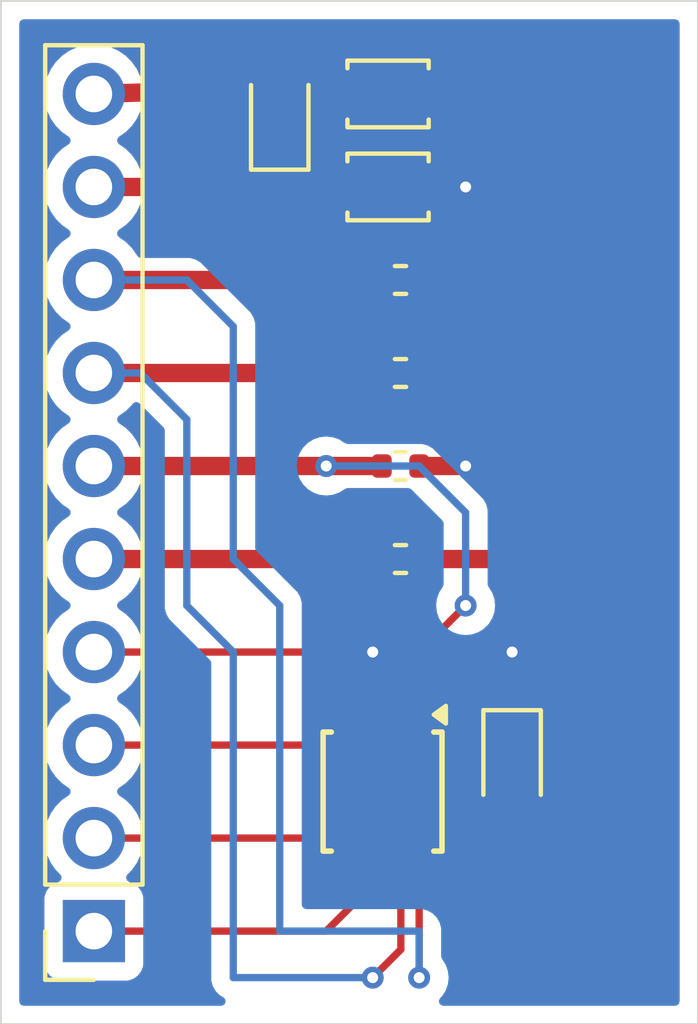
<source format=kicad_pcb>
(kicad_pcb (version 20240108) (generator "pcbnew") (generator_version "8.0")
  (layers (0 "F.Cu" signal) (31 "B.Cu" signal) (34 "B.Paste" user) (35 "F.Paste" user) (36 "B.SilkS" user "B.Silkscreen") (37 "F.SilkS" user "F.Silkscreen") (38 "B.Mask" user) (39 "F.Mask" user) (44 "Edge.Cuts" user))
  (net 0 "")
  (net 1 "VDD")
  (net 2 "GND")
  (net 3 "Net-(J2-Pin_9)")
  (net 4 "Net-(J2-Pin_10)")
  (net 5 "/AIN0")
  (net 6 "/ADDR")
  (net 7 "/SCI")
  (net 8 "/AIN1")
  (net 9 "/AIN3")
  (net 10 "/SDA")
  (net 11 "/AIN2")
  (net 12 "/ALERT")
  (footprint "Capacitor_Tantalum_SMD:CP_EIA-1608-10_AVX-L" (layer "F.Cu") (at 95.25 45.0075 90)
    (property "Reference" "C2")
    (property "Value" "1u")
    (fp_line (start 0.8 -0.785) (end -1.51 -0.785) (stroke (width 0.12)) (layer "F.SilkS"))
    (fp_line (start -1.51 -0.785) (end -1.51 0.785) (stroke (width 0.12)) (layer "F.SilkS"))
    (fp_line (start -1.51 0.785) (end 0.8 0.785) (stroke (width 0.12)) (layer "F.SilkS"))
    (pad "1" smd roundrect (at -0.7125 0 90) (size 1.075 1.05) (layers "F.Cu" "F.Paste" "F.Mask") (roundrect_rratio 0.238095) (net 3 "Net-(J2-Pin_9)"))
    (pad "2" smd roundrect (at 0.7125 0 90) (size 1.075 1.05) (layers "F.Cu" "F.Paste" "F.Mask") (roundrect_rratio 0.238095) (net 4 "Net-(J2-Pin_10)"))
  )
  (footprint "Resistor_SMD:R_0402_1005Metric" (layer "F.Cu") (at 98.55 54.61)
    (property "Reference" "R4")
    (property "Value" "10k")
    (fp_line (start -0.153641 -0.38) (end 0.153641 -0.38) (stroke (width 0.12)) (layer "F.SilkS"))
    (fp_line (start -0.153641 0.38) (end 0.153641 0.38) (stroke (width 0.12)) (layer "F.SilkS"))
    (pad "1" smd roundrect (at -0.51 0) (size 0.54 0.64) (layers "F.Cu" "F.Paste" "F.Mask") (net 6 "/ADDR"))
    (pad "2" smd roundrect (at 0.51 0) (size 0.54 0.64) (layers "F.Cu" "F.Paste" "F.Mask") (net 2 "GND"))
  )
  (footprint "Connector_PinSocket_2.54mm:PinSocket_1x10_P2.54mm_Vertical" (layer "F.Cu") (at 90.17 67.31 180)
    (property "Reference" "J2" (hide yes))
    (property "Value" "Conn_01x10_Socket" (hide yes))
    (fp_line (start 1.33 1.27) (end 1.33 24.19) (stroke (width 0.12)) (layer "F.SilkS"))
    (fp_line (start 1.33 -1.33) (end 1.33 0) (stroke (width 0.12)) (layer "F.SilkS"))
    (fp_line (start 0 -1.33) (end 1.33 -1.33) (stroke (width 0.12)) (layer "F.SilkS"))
    (fp_line (start -1.33 24.19) (end 1.33 24.19) (stroke (width 0.12)) (layer "F.SilkS"))
    (fp_line (start -1.33 1.27) (end 1.33 1.27) (stroke (width 0.12)) (layer "F.SilkS"))
    (fp_line (start -1.33 1.27) (end -1.33 24.19) (stroke (width 0.12)) (layer "F.SilkS"))
    (pad "1" thru_hole rect (at 0 0 180) (size 1.7 1.7) (drill 1) (layers "*.Cu" "*.Mask") (net 9 "/AIN3"))
    (pad "2" thru_hole oval (at 0 2.54 180) (size 1.7 1.7) (drill 1) (layers "*.Cu" "*.Mask") (net 11 "/AIN2"))
    (pad "3" thru_hole oval (at 0 5.08 180) (size 1.7 1.7) (drill 1) (layers "*.Cu" "*.Mask") (net 8 "/AIN1"))
    (pad "4" thru_hole oval (at 0 7.62 180) (size 1.7 1.7) (drill 1) (layers "*.Cu" "*.Mask") (net 5 "/AIN0"))
    (pad "5" thru_hole oval (at 0 10.16 180) (size 1.7 1.7) (drill 1) (layers "*.Cu" "*.Mask") (net 12 "/ALERT"))
    (pad "6" thru_hole oval (at 0 12.7 180) (size 1.7 1.7) (drill 1) (layers "*.Cu" "*.Mask") (net 6 "/ADDR"))
    (pad "7" thru_hole oval (at 0 15.24 180) (size 1.7 1.7) (drill 1) (layers "*.Cu" "*.Mask") (net 10 "/SDA"))
    (pad "8" thru_hole oval (at 0 17.78 180) (size 1.7 1.7) (drill 1) (layers "*.Cu" "*.Mask") (net 7 "/SCI"))
    (pad "9" thru_hole oval (at 0 20.32 180) (size 1.7 1.7) (drill 1) (layers "*.Cu" "*.Mask") (net 3 "Net-(J2-Pin_9)"))
    (pad "10" thru_hole oval (at 0 22.86 180) (size 1.7 1.7) (drill 1) (layers "*.Cu" "*.Mask") (net 4 "Net-(J2-Pin_10)"))
  )
  (footprint "Capacitor_Tantalum_SMD:CP_EIA-1608-10_AVX-L" (layer "F.Cu") (at 101.6 62.7875 -90)
    (property "Reference" "C1")
    (property "Value" "1u")
    (fp_line (start -1.51 0.785) (end 0.8 0.785) (stroke (width 0.12)) (layer "F.SilkS"))
    (fp_line (start -1.51 -0.785) (end -1.51 0.785) (stroke (width 0.12)) (layer "F.SilkS"))
    (fp_line (start 0.8 -0.785) (end -1.51 -0.785) (stroke (width 0.12)) (layer "F.SilkS"))
    (pad "1" smd roundrect (at -0.7125 0 270) (size 1.075 1.05) (layers "F.Cu" "F.Paste" "F.Mask") (roundrect_rratio 0.238095) (net 2 "GND"))
    (pad "2" smd roundrect (at 0.7125 0 270) (size 1.075 1.05) (layers "F.Cu" "F.Paste" "F.Mask") (roundrect_rratio 0.238095) (net 1 "VDD"))
  )
  (footprint "Resistor_SMD:R_0402_1005Metric" (layer "F.Cu") (at 98.55 49.53 180)
    (property "Reference" "R2")
    (property "Value" "10k")
    (fp_line (start -0.153641 0.38) (end 0.153641 0.38) (stroke (width 0.12)) (layer "F.SilkS"))
    (fp_line (start -0.153641 -0.38) (end 0.153641 -0.38) (stroke (width 0.12)) (layer "F.SilkS"))
    (pad "1" smd roundrect (at -0.51 0 180) (size 0.54 0.64) (layers "F.Cu" "F.Paste" "F.Mask") (net 1 "VDD"))
    (pad "2" smd roundrect (at 0.51 0 180) (size 0.54 0.64) (layers "F.Cu" "F.Paste" "F.Mask") (net 7 "/SCI"))
  )
  (footprint "Inductor_SMD:L_Murata_LQH2MCNxxxx02_2.0x1.6mm" (layer "F.Cu") (at 98.21 44.45)
    (property "Reference" "FB1")
    (property "Value" "FerriteBead_Small" (hide yes))
    (fp_line (start -1.11 -0.91) (end 1.11 -0.91) (stroke (width 0.12)) (layer "F.SilkS"))
    (fp_line (start -1.11 -0.7) (end -1.11 -0.91) (stroke (width 0.12)) (layer "F.SilkS"))
    (fp_line (start -1.11 0.91) (end -1.11 0.7) (stroke (width 0.12)) (layer "F.SilkS"))
    (fp_line (start 1.11 -0.7) (end 1.11 -0.91) (stroke (width 0.12)) (layer "F.SilkS"))
    (fp_line (start 1.11 0.7) (end 1.11 0.91) (stroke (width 0.12)) (layer "F.SilkS"))
    (fp_line (start 1.11 0.91) (end -1.11 0.91) (stroke (width 0.12)) (layer "F.SilkS"))
    (pad "1" smd rect (at -0.85 0) (size 0.9 1) (layers "F.Cu" "F.Paste" "F.Mask") (net 4 "Net-(J2-Pin_10)"))
    (pad "2" smd rect (at 0.85 0) (size 0.9 1) (layers "F.Cu" "F.Paste" "F.Mask") (net 1 "VDD"))
  )
  (footprint "Inductor_SMD:L_Murata_LQH2MCNxxxx02_2.0x1.6mm" (layer "F.Cu") (at 98.21 46.99)
    (property "Reference" "FB2")
    (property "Value" "FerriteBead_Small" (hide yes))
    (fp_line (start -1.11 -0.91) (end 1.11 -0.91) (stroke (width 0.12)) (layer "F.SilkS"))
    (fp_line (start -1.11 -0.7) (end -1.11 -0.91) (stroke (width 0.12)) (layer "F.SilkS"))
    (fp_line (start -1.11 0.91) (end -1.11 0.7) (stroke (width 0.12)) (layer "F.SilkS"))
    (fp_line (start 1.11 -0.7) (end 1.11 -0.91) (stroke (width 0.12)) (layer "F.SilkS"))
    (fp_line (start 1.11 0.7) (end 1.11 0.91) (stroke (width 0.12)) (layer "F.SilkS"))
    (fp_line (start 1.11 0.91) (end -1.11 0.91) (stroke (width 0.12)) (layer "F.SilkS"))
    (pad "1" smd rect (at -0.85 0) (size 0.9 1) (layers "F.Cu" "F.Paste" "F.Mask") (net 3 "Net-(J2-Pin_9)"))
    (pad "2" smd rect (at 0.85 0) (size 0.9 1) (layers "F.Cu" "F.Paste" "F.Mask") (net 2 "GND"))
  )
  (footprint "Package_SO:TSSOP-10_3x3mm_P0.5mm" (layer "F.Cu") (at 98.06 63.5 -90)
    (property "Reference" "Ship1" (hide yes))
    (property "Value" "ADS1015IDGS")
    (fp_line (start -1.625 1.625) (end 1.625 1.625) (stroke (width 0.15)) (layer "F.SilkS"))
    (fp_line (start -1.625 1.625) (end -1.625 1.4) (stroke (width 0.15)) (layer "F.SilkS"))
    (fp_line (start 1.625 1.625) (end 1.625 1.4) (stroke (width 0.15)) (layer "F.SilkS"))
    (fp_line (start -1.625 -1.625) (end -1.625 -1.4) (stroke (width 0.15)) (layer "F.SilkS"))
    (fp_line (start -1.625 -1.625) (end 1.625 -1.625) (stroke (width 0.15)) (layer "F.SilkS"))
    (fp_line (start 1.625 -1.625) (end 1.625 -1.4) (stroke (width 0.15)) (layer "F.SilkS"))
    (fp_poly (pts (xy -2.1 -1.4) (xy -2.34 -1.73) (xy -1.86 -1.73) (xy -2.1 -1.4)) (stroke (width 0.12)) (fill solid) (layer "F.SilkS"))
    (pad "1" smd rect (at -2.15 -1 270) (size 1.1 0.25) (layers "F.Cu" "F.Paste" "F.Mask") (net 6 "/ADDR"))
    (pad "2" smd rect (at -2.15 -0.5 270) (size 1.1 0.25) (layers "F.Cu" "F.Paste" "F.Mask") (net 12 "/ALERT"))
    (pad "3" smd rect (at -2.15 0 270) (size 1.1 0.25) (layers "F.Cu" "F.Paste" "F.Mask") (net 2 "GND"))
    (pad "4" smd rect (at -2.15 0.5 270) (size 1.1 0.25) (layers "F.Cu" "F.Paste" "F.Mask") (net 5 "/AIN0"))
    (pad "5" smd rect (at -2.15 1 270) (size 1.1 0.25) (layers "F.Cu" "F.Paste" "F.Mask") (net 8 "/AIN1"))
    (pad "6" smd rect (at 2.15 1 270) (size 1.1 0.25) (layers "F.Cu" "F.Paste" "F.Mask") (net 11 "/AIN2"))
    (pad "7" smd rect (at 2.15 0.5 270) (size 1.1 0.25) (layers "F.Cu" "F.Paste" "F.Mask") (net 9 "/AIN3"))
    (pad "8" smd rect (at 2.15 0 270) (size 1.1 0.25) (layers "F.Cu" "F.Paste" "F.Mask") (net 1 "VDD"))
    (pad "9" smd rect (at 2.15 -0.5 270) (size 1.1 0.25) (layers "F.Cu" "F.Paste" "F.Mask") (net 10 "/SDA"))
    (pad "10" smd rect (at 2.15 -1 270) (size 1.1 0.25) (layers "F.Cu" "F.Paste" "F.Mask") (net 7 "/SCI"))
  )
  (footprint "Resistor_SMD:R_0402_1005Metric" (layer "F.Cu") (at 98.55 57.15 180)
    (property "Reference" "R1")
    (property "Value" "10k")
    (fp_line (start -0.153641 0.38) (end 0.153641 0.38) (stroke (width 0.12)) (layer "F.SilkS"))
    (fp_line (start -0.153641 -0.38) (end 0.153641 -0.38) (stroke (width 0.12)) (layer "F.SilkS"))
    (pad "1" smd roundrect (at -0.51 0 180) (size 0.54 0.64) (layers "F.Cu" "F.Paste" "F.Mask") (net 1 "VDD"))
    (pad "2" smd roundrect (at 0.51 0 180) (size 0.54 0.64) (layers "F.Cu" "F.Paste" "F.Mask") (net 12 "/ALERT"))
  )
  (footprint "Resistor_SMD:R_0402_1005Metric" (layer "F.Cu") (at 98.55 52.07 180)
    (property "Reference" "R3")
    (property "Value" "10k")
    (fp_line (start -0.153641 0.38) (end 0.153641 0.38) (stroke (width 0.12)) (layer "F.SilkS"))
    (fp_line (start -0.153641 -0.38) (end 0.153641 -0.38) (stroke (width 0.12)) (layer "F.SilkS"))
    (pad "1" smd roundrect (at -0.51 0 180) (size 0.54 0.64) (layers "F.Cu" "F.Paste" "F.Mask") (net 1 "VDD"))
    (pad "2" smd roundrect (at 0.51 0 180) (size 0.54 0.64) (layers "F.Cu" "F.Paste" "F.Mask") (net 10 "/SDA"))
  )
  (gr_rect (start 87.63 41.91) (end 106.68 69.85) (stroke (width 0.05)) (fill none) (layer "Edge.Cuts"))
  (segment (start 104.14 63.5) (end 101.6 63.5) (width 0.5) (layer "F.Cu") (net 1))
  (segment (start 99.06 44.45) (end 102.87 44.45) (width 0.5) (layer "F.Cu") (net 1))
  (segment (start 99.06 63.5) (end 101.6 63.5) (width 0.2) (layer "F.Cu") (net 1))
  (segment (start 104.14 57.15) (end 104.14 63.5) (width 0.5) (layer "F.Cu") (net 1))
  (segment (start 102.87 52.07) (end 102.87 57.15) (width 0.5) (layer "F.Cu") (net 1))
  (segment (start 102.87 49.53) (end 102.87 52.07) (width 0.5) (layer "F.Cu") (net 1))
  (segment (start 102.87 44.45) (end 102.87 49.53) (width 0.5) (layer "F.Cu") (net 1))
  (segment (start 102.87 57.15) (end 99.06 57.15) (width 0.5) (layer "F.Cu") (net 1))
  (segment (start 102.87 49.53) (end 99.06 49.53) (width 0.5) (layer "F.Cu") (net 1))
  (segment (start 98.06 64.5) (end 99.06 63.5) (width 0.2) (layer "F.Cu") (net 1))
  (segment (start 102.87 52.07) (end 99.06 52.07) (width 0.5) (layer "F.Cu") (net 1))
  (segment (start 98.06 65.65) (end 98.06 64.5) (width 0.2) (layer "F.Cu") (net 1))
  (segment (start 102.87 57.15) (end 104.14 57.15) (width 0.5) (layer "F.Cu") (net 1))
  (segment (start 98.06 61.35) (end 98.06 59.96) (width 0.2) (layer "F.Cu") (net 2))
  (segment (start 101.6 62.075) (end 101.6 59.69) (width 0.2) (layer "F.Cu") (net 2))
  (segment (start 99.06 54.61) (end 100.33 54.61) (width 0.5) (layer "F.Cu") (net 2))
  (segment (start 98.06 59.96) (end 97.79 59.69) (width 0.2) (layer "F.Cu") (net 2))
  (segment (start 99.06 46.99) (end 100.33 46.99) (width 0.5) (layer "F.Cu") (net 2))
  (via (at 100.33 46.99) (size 0.6) (drill 0.3) (layers "F.Cu" "B.Cu") (net 2))
  (via (at 101.6 59.69) (size 0.6) (drill 0.3) (layers "F.Cu" "B.Cu") (net 2))
  (via (at 97.79 59.69) (size 0.6) (drill 0.3) (layers "F.Cu" "B.Cu") (net 2))
  (via (at 100.33 54.61) (size 0.6) (drill 0.3) (layers "F.Cu" "B.Cu") (net 2))
  (segment (start 95.25 45.72) (end 96.52 46.99) (width 0.5) (layer "F.Cu") (net 3))
  (segment (start 92.865 46.99) (end 95.25 45.72) (width 0.5) (layer "F.Cu") (net 3))
  (segment (start 96.52 46.99) (end 97.36 46.99) (width 0.5) (layer "F.Cu") (net 3))
  (segment (start 90.17 46.99) (end 92.865 46.99) (width 0.5) (layer "F.Cu") (net 3))
  (segment (start 90.17 44.45) (end 95.25 44.295) (width 0.5) (layer "F.Cu") (net 4))
  (segment (start 95.25 44.295) (end 97.36 44.45) (width 0.5) (layer "F.Cu") (net 4))
  (segment (start 96.52 59.69) (end 90.17 59.69) (width 0.2) (layer "F.Cu") (net 5))
  (segment (start 97.56 60.73) (end 96.52 59.69) (width 0.2) (layer "F.Cu") (net 5))
  (segment (start 97.56 61.35) (end 97.56 60.73) (width 0.2) (layer "F.Cu") (net 5))
  (segment (start 99.06 59.69) (end 100.33 58.42) (width 0.2) (layer "F.Cu") (net 6))
  (segment (start 98.04 54.61) (end 90.17 54.61) (width 0.5) (layer "F.Cu") (net 6))
  (segment (start 99.06 61.35) (end 99.06 59.69) (width 0.2) (layer "F.Cu") (net 6))
  (segment (start 99.06 61.35) (end 99.06 60.96) (width 0.15) (layer "F.Cu") (net 6))
  (via (at 96.52 54.61) (size 0.6) (drill 0.3) (layers "F.Cu" "B.Cu") (net 6))
  (via (at 100.33 58.42) (size 0.6) (drill 0.3) (layers "F.Cu" "B.Cu") (net 6))
  (segment (start 100.33 55.88) (end 99.06 54.61) (width 0.2) (layer "B.Cu") (net 6))
  (segment (start 100.33 58.42) (end 100.33 55.88) (width 0.2) (layer "B.Cu") (net 6))
  (segment (start 99.06 54.61) (end 96.52 54.61) (width 0.2) (layer "B.Cu") (net 6))
  (segment (start 98.04 49.53) (end 90.17 49.53) (width 0.5) (layer "F.Cu") (net 7))
  (segment (start 99.06 65.65) (end 99.06 68.58) (width 0.2) (layer "F.Cu") (net 7))
  (via (at 99.06 68.58) (size 0.6) (drill 0.3) (layers "F.Cu" "B.Cu") (net 7))
  (segment (start 93.98 57.15) (end 93.98 50.8) (width 0.2) (layer "B.Cu") (net 7))
  (segment (start 93.98 50.8) (end 92.71 49.53) (width 0.2) (layer "B.Cu") (net 7))
  (segment (start 99.06 68.58) (end 99.06 67.31) (width 0.2) (layer "B.Cu") (net 7))
  (segment (start 95.25 67.31) (end 95.25 58.42) (width 0.2) (layer "B.Cu") (net 7))
  (segment (start 95.25 58.42) (end 93.98 57.15) (width 0.2) (layer "B.Cu") (net 7))
  (segment (start 92.71 49.53) (end 90.17 49.53) (width 0.2) (layer "B.Cu") (net 7))
  (segment (start 99.06 67.31) (end 95.25 67.31) (width 0.2) (layer "B.Cu") (net 7))
  (segment (start 96.18 62.23) (end 90.17 62.23) (width 0.2) (layer "F.Cu") (net 8))
  (segment (start 97.06 61.35) (end 97.06 61.69) (width 0.25) (layer "F.Cu") (net 8))
  (segment (start 97.06 61.35) (end 96.18 62.23) (width 0.2) (layer "F.Cu") (net 8))
  (segment (start 96.52 67.31) (end 90.17 67.31) (width 0.2) (layer "F.Cu") (net 9))
  (segment (start 97.56 66.27) (end 96.52 67.31) (width 0.2) (layer "F.Cu") (net 9))
  (segment (start 97.56 65.65) (end 97.56 66.27) (width 0.2) (layer "F.Cu") (net 9))
  (segment (start 98.04 52.07) (end 90.17 52.07) (width 0.5) (layer "F.Cu") (net 10))
  (segment (start 98.56 67.81) (end 97.79 68.58) (width 0.2) (layer "F.Cu") (net 10))
  (segment (start 98.56 65.65) (end 98.56 67.81) (width 0.2) (layer "F.Cu") (net 10))
  (via (at 97.79 68.58) (size 0.6) (drill 0.3) (layers "F.Cu" "B.Cu") (net 10))
  (segment (start 92.71 58.42) (end 92.71 53.34) (width 0.2) (layer "B.Cu") (net 10))
  (segment (start 93.98 68.58) (end 93.98 59.69) (width 0.2) (layer "B.Cu") (net 10))
  (segment (start 93.98 59.69) (end 92.71 58.42) (width 0.2) (layer "B.Cu") (net 10))
  (segment (start 91.44 52.07) (end 90.17 52.07) (width 0.2) (layer "B.Cu") (net 10))
  (segment (start 92.71 53.34) (end 91.44 52.07) (width 0.2) (layer "B.Cu") (net 10))
  (segment (start 97.79 68.58) (end 93.98 68.58) (width 0.2) (layer "B.Cu") (net 10))
  (segment (start 97.06 65.65) (end 96.18 64.77) (width 0.2) (layer "F.Cu") (net 11))
  (segment (start 96.18 64.77) (end 90.17 64.77) (width 0.2) (layer "F.Cu") (net 11))
  (segment (start 97.06 65.65) (end 97.06 65.31) (width 0.25) (layer "F.Cu") (net 11))
  (segment (start 98.56 61.35) (end 98.56 57.67) (width 0.2) (layer "F.Cu") (net 12))
  (segment (start 97.79 57.15) (end 90.17 57.15) (width 0.5) (layer "F.Cu") (net 12))
  (segment (start 98.56 57.67) (end 98.04 57.15) (width 0.2) (layer "F.Cu") (net 12))
  (segment (start 98.04 57.15) (end 97.79 57.15) (width 0.5) (layer "F.Cu") (net 12))
  (segment (start 98.56 61.35) (end 98.66 61.25) (width 0.15) (layer "F.Cu") (net 12))
  (zone (net 2) (net_name "GND") (layer "B.Cu") (connect_pads (clearance 0.5)) (min_thickness 0.25) (fill yes (thermal_gap 0.5) (thermal_bridge_width 0.5))
    (polygon (pts (xy 87.63 41.91) (xy 106.68 41.91) (xy 106.68 69.85) (xy 87.63 69.85)))
  )
)
</source>
